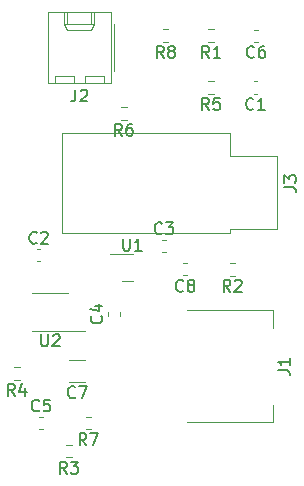
<source format=gbr>
%TF.GenerationSoftware,KiCad,Pcbnew,6.0.11-2627ca5db0~126~ubuntu20.04.1*%
%TF.CreationDate,2023-04-04T23:53:03+02:00*%
%TF.ProjectId,PCB chowndolo,50434220-6368-46f7-976e-646f6c6f2e6b,rev?*%
%TF.SameCoordinates,Original*%
%TF.FileFunction,Legend,Top*%
%TF.FilePolarity,Positive*%
%FSLAX46Y46*%
G04 Gerber Fmt 4.6, Leading zero omitted, Abs format (unit mm)*
G04 Created by KiCad (PCBNEW 6.0.11-2627ca5db0~126~ubuntu20.04.1) date 2023-04-04 23:53:03*
%MOMM*%
%LPD*%
G01*
G04 APERTURE LIST*
%ADD10C,0.150000*%
%ADD11C,0.120000*%
G04 APERTURE END LIST*
D10*
%TO.C,C2*%
X123858333Y-84327142D02*
X123810714Y-84374761D01*
X123667857Y-84422380D01*
X123572619Y-84422380D01*
X123429761Y-84374761D01*
X123334523Y-84279523D01*
X123286904Y-84184285D01*
X123239285Y-83993809D01*
X123239285Y-83850952D01*
X123286904Y-83660476D01*
X123334523Y-83565238D01*
X123429761Y-83470000D01*
X123572619Y-83422380D01*
X123667857Y-83422380D01*
X123810714Y-83470000D01*
X123858333Y-83517619D01*
X124239285Y-83517619D02*
X124286904Y-83470000D01*
X124382142Y-83422380D01*
X124620238Y-83422380D01*
X124715476Y-83470000D01*
X124763095Y-83517619D01*
X124810714Y-83612857D01*
X124810714Y-83708095D01*
X124763095Y-83850952D01*
X124191666Y-84422380D01*
X124810714Y-84422380D01*
%TO.C,C3*%
X134458333Y-83527142D02*
X134410714Y-83574761D01*
X134267857Y-83622380D01*
X134172619Y-83622380D01*
X134029761Y-83574761D01*
X133934523Y-83479523D01*
X133886904Y-83384285D01*
X133839285Y-83193809D01*
X133839285Y-83050952D01*
X133886904Y-82860476D01*
X133934523Y-82765238D01*
X134029761Y-82670000D01*
X134172619Y-82622380D01*
X134267857Y-82622380D01*
X134410714Y-82670000D01*
X134458333Y-82717619D01*
X134791666Y-82622380D02*
X135410714Y-82622380D01*
X135077380Y-83003333D01*
X135220238Y-83003333D01*
X135315476Y-83050952D01*
X135363095Y-83098571D01*
X135410714Y-83193809D01*
X135410714Y-83431904D01*
X135363095Y-83527142D01*
X135315476Y-83574761D01*
X135220238Y-83622380D01*
X134934523Y-83622380D01*
X134839285Y-83574761D01*
X134791666Y-83527142D01*
%TO.C,R3*%
X126408333Y-103882380D02*
X126075000Y-103406190D01*
X125836904Y-103882380D02*
X125836904Y-102882380D01*
X126217857Y-102882380D01*
X126313095Y-102930000D01*
X126360714Y-102977619D01*
X126408333Y-103072857D01*
X126408333Y-103215714D01*
X126360714Y-103310952D01*
X126313095Y-103358571D01*
X126217857Y-103406190D01*
X125836904Y-103406190D01*
X126741666Y-102882380D02*
X127360714Y-102882380D01*
X127027380Y-103263333D01*
X127170238Y-103263333D01*
X127265476Y-103310952D01*
X127313095Y-103358571D01*
X127360714Y-103453809D01*
X127360714Y-103691904D01*
X127313095Y-103787142D01*
X127265476Y-103834761D01*
X127170238Y-103882380D01*
X126884523Y-103882380D01*
X126789285Y-103834761D01*
X126741666Y-103787142D01*
%TO.C,C8*%
X136258333Y-88387142D02*
X136210714Y-88434761D01*
X136067857Y-88482380D01*
X135972619Y-88482380D01*
X135829761Y-88434761D01*
X135734523Y-88339523D01*
X135686904Y-88244285D01*
X135639285Y-88053809D01*
X135639285Y-87910952D01*
X135686904Y-87720476D01*
X135734523Y-87625238D01*
X135829761Y-87530000D01*
X135972619Y-87482380D01*
X136067857Y-87482380D01*
X136210714Y-87530000D01*
X136258333Y-87577619D01*
X136829761Y-87910952D02*
X136734523Y-87863333D01*
X136686904Y-87815714D01*
X136639285Y-87720476D01*
X136639285Y-87672857D01*
X136686904Y-87577619D01*
X136734523Y-87530000D01*
X136829761Y-87482380D01*
X137020238Y-87482380D01*
X137115476Y-87530000D01*
X137163095Y-87577619D01*
X137210714Y-87672857D01*
X137210714Y-87720476D01*
X137163095Y-87815714D01*
X137115476Y-87863333D01*
X137020238Y-87910952D01*
X136829761Y-87910952D01*
X136734523Y-87958571D01*
X136686904Y-88006190D01*
X136639285Y-88101428D01*
X136639285Y-88291904D01*
X136686904Y-88387142D01*
X136734523Y-88434761D01*
X136829761Y-88482380D01*
X137020238Y-88482380D01*
X137115476Y-88434761D01*
X137163095Y-88387142D01*
X137210714Y-88291904D01*
X137210714Y-88101428D01*
X137163095Y-88006190D01*
X137115476Y-87958571D01*
X137020238Y-87910952D01*
%TO.C,J3*%
X144802380Y-79633333D02*
X145516666Y-79633333D01*
X145659523Y-79680952D01*
X145754761Y-79776190D01*
X145802380Y-79919047D01*
X145802380Y-80014285D01*
X144802380Y-79252380D02*
X144802380Y-78633333D01*
X145183333Y-78966666D01*
X145183333Y-78823809D01*
X145230952Y-78728571D01*
X145278571Y-78680952D01*
X145373809Y-78633333D01*
X145611904Y-78633333D01*
X145707142Y-78680952D01*
X145754761Y-78728571D01*
X145802380Y-78823809D01*
X145802380Y-79109523D01*
X145754761Y-79204761D01*
X145707142Y-79252380D01*
%TO.C,C5*%
X124058333Y-98527142D02*
X124010714Y-98574761D01*
X123867857Y-98622380D01*
X123772619Y-98622380D01*
X123629761Y-98574761D01*
X123534523Y-98479523D01*
X123486904Y-98384285D01*
X123439285Y-98193809D01*
X123439285Y-98050952D01*
X123486904Y-97860476D01*
X123534523Y-97765238D01*
X123629761Y-97670000D01*
X123772619Y-97622380D01*
X123867857Y-97622380D01*
X124010714Y-97670000D01*
X124058333Y-97717619D01*
X124963095Y-97622380D02*
X124486904Y-97622380D01*
X124439285Y-98098571D01*
X124486904Y-98050952D01*
X124582142Y-98003333D01*
X124820238Y-98003333D01*
X124915476Y-98050952D01*
X124963095Y-98098571D01*
X125010714Y-98193809D01*
X125010714Y-98431904D01*
X124963095Y-98527142D01*
X124915476Y-98574761D01*
X124820238Y-98622380D01*
X124582142Y-98622380D01*
X124486904Y-98574761D01*
X124439285Y-98527142D01*
%TO.C,R1*%
X138458333Y-68682380D02*
X138125000Y-68206190D01*
X137886904Y-68682380D02*
X137886904Y-67682380D01*
X138267857Y-67682380D01*
X138363095Y-67730000D01*
X138410714Y-67777619D01*
X138458333Y-67872857D01*
X138458333Y-68015714D01*
X138410714Y-68110952D01*
X138363095Y-68158571D01*
X138267857Y-68206190D01*
X137886904Y-68206190D01*
X139410714Y-68682380D02*
X138839285Y-68682380D01*
X139125000Y-68682380D02*
X139125000Y-67682380D01*
X139029761Y-67825238D01*
X138934523Y-67920476D01*
X138839285Y-67968095D01*
%TO.C,C6*%
X142258333Y-68587142D02*
X142210714Y-68634761D01*
X142067857Y-68682380D01*
X141972619Y-68682380D01*
X141829761Y-68634761D01*
X141734523Y-68539523D01*
X141686904Y-68444285D01*
X141639285Y-68253809D01*
X141639285Y-68110952D01*
X141686904Y-67920476D01*
X141734523Y-67825238D01*
X141829761Y-67730000D01*
X141972619Y-67682380D01*
X142067857Y-67682380D01*
X142210714Y-67730000D01*
X142258333Y-67777619D01*
X143115476Y-67682380D02*
X142925000Y-67682380D01*
X142829761Y-67730000D01*
X142782142Y-67777619D01*
X142686904Y-67920476D01*
X142639285Y-68110952D01*
X142639285Y-68491904D01*
X142686904Y-68587142D01*
X142734523Y-68634761D01*
X142829761Y-68682380D01*
X143020238Y-68682380D01*
X143115476Y-68634761D01*
X143163095Y-68587142D01*
X143210714Y-68491904D01*
X143210714Y-68253809D01*
X143163095Y-68158571D01*
X143115476Y-68110952D01*
X143020238Y-68063333D01*
X142829761Y-68063333D01*
X142734523Y-68110952D01*
X142686904Y-68158571D01*
X142639285Y-68253809D01*
%TO.C,R7*%
X128058333Y-101482380D02*
X127725000Y-101006190D01*
X127486904Y-101482380D02*
X127486904Y-100482380D01*
X127867857Y-100482380D01*
X127963095Y-100530000D01*
X128010714Y-100577619D01*
X128058333Y-100672857D01*
X128058333Y-100815714D01*
X128010714Y-100910952D01*
X127963095Y-100958571D01*
X127867857Y-101006190D01*
X127486904Y-101006190D01*
X128391666Y-100482380D02*
X129058333Y-100482380D01*
X128629761Y-101482380D01*
%TO.C,J1*%
X144292380Y-95133333D02*
X145006666Y-95133333D01*
X145149523Y-95180952D01*
X145244761Y-95276190D01*
X145292380Y-95419047D01*
X145292380Y-95514285D01*
X145292380Y-94133333D02*
X145292380Y-94704761D01*
X145292380Y-94419047D02*
X144292380Y-94419047D01*
X144435238Y-94514285D01*
X144530476Y-94609523D01*
X144578095Y-94704761D01*
%TO.C,R8*%
X134608333Y-68682380D02*
X134275000Y-68206190D01*
X134036904Y-68682380D02*
X134036904Y-67682380D01*
X134417857Y-67682380D01*
X134513095Y-67730000D01*
X134560714Y-67777619D01*
X134608333Y-67872857D01*
X134608333Y-68015714D01*
X134560714Y-68110952D01*
X134513095Y-68158571D01*
X134417857Y-68206190D01*
X134036904Y-68206190D01*
X135179761Y-68110952D02*
X135084523Y-68063333D01*
X135036904Y-68015714D01*
X134989285Y-67920476D01*
X134989285Y-67872857D01*
X135036904Y-67777619D01*
X135084523Y-67730000D01*
X135179761Y-67682380D01*
X135370238Y-67682380D01*
X135465476Y-67730000D01*
X135513095Y-67777619D01*
X135560714Y-67872857D01*
X135560714Y-67920476D01*
X135513095Y-68015714D01*
X135465476Y-68063333D01*
X135370238Y-68110952D01*
X135179761Y-68110952D01*
X135084523Y-68158571D01*
X135036904Y-68206190D01*
X134989285Y-68301428D01*
X134989285Y-68491904D01*
X135036904Y-68587142D01*
X135084523Y-68634761D01*
X135179761Y-68682380D01*
X135370238Y-68682380D01*
X135465476Y-68634761D01*
X135513095Y-68587142D01*
X135560714Y-68491904D01*
X135560714Y-68301428D01*
X135513095Y-68206190D01*
X135465476Y-68158571D01*
X135370238Y-68110952D01*
%TO.C,U1*%
X131168095Y-84002380D02*
X131168095Y-84811904D01*
X131215714Y-84907142D01*
X131263333Y-84954761D01*
X131358571Y-85002380D01*
X131549047Y-85002380D01*
X131644285Y-84954761D01*
X131691904Y-84907142D01*
X131739523Y-84811904D01*
X131739523Y-84002380D01*
X132739523Y-85002380D02*
X132168095Y-85002380D01*
X132453809Y-85002380D02*
X132453809Y-84002380D01*
X132358571Y-84145238D01*
X132263333Y-84240476D01*
X132168095Y-84288095D01*
%TO.C,U2*%
X124238095Y-92102380D02*
X124238095Y-92911904D01*
X124285714Y-93007142D01*
X124333333Y-93054761D01*
X124428571Y-93102380D01*
X124619047Y-93102380D01*
X124714285Y-93054761D01*
X124761904Y-93007142D01*
X124809523Y-92911904D01*
X124809523Y-92102380D01*
X125238095Y-92197619D02*
X125285714Y-92150000D01*
X125380952Y-92102380D01*
X125619047Y-92102380D01*
X125714285Y-92150000D01*
X125761904Y-92197619D01*
X125809523Y-92292857D01*
X125809523Y-92388095D01*
X125761904Y-92530952D01*
X125190476Y-93102380D01*
X125809523Y-93102380D01*
%TO.C,C1*%
X142208333Y-72987142D02*
X142160714Y-73034761D01*
X142017857Y-73082380D01*
X141922619Y-73082380D01*
X141779761Y-73034761D01*
X141684523Y-72939523D01*
X141636904Y-72844285D01*
X141589285Y-72653809D01*
X141589285Y-72510952D01*
X141636904Y-72320476D01*
X141684523Y-72225238D01*
X141779761Y-72130000D01*
X141922619Y-72082380D01*
X142017857Y-72082380D01*
X142160714Y-72130000D01*
X142208333Y-72177619D01*
X143160714Y-73082380D02*
X142589285Y-73082380D01*
X142875000Y-73082380D02*
X142875000Y-72082380D01*
X142779761Y-72225238D01*
X142684523Y-72320476D01*
X142589285Y-72368095D01*
%TO.C,R6*%
X131058333Y-75282380D02*
X130725000Y-74806190D01*
X130486904Y-75282380D02*
X130486904Y-74282380D01*
X130867857Y-74282380D01*
X130963095Y-74330000D01*
X131010714Y-74377619D01*
X131058333Y-74472857D01*
X131058333Y-74615714D01*
X131010714Y-74710952D01*
X130963095Y-74758571D01*
X130867857Y-74806190D01*
X130486904Y-74806190D01*
X131915476Y-74282380D02*
X131725000Y-74282380D01*
X131629761Y-74330000D01*
X131582142Y-74377619D01*
X131486904Y-74520476D01*
X131439285Y-74710952D01*
X131439285Y-75091904D01*
X131486904Y-75187142D01*
X131534523Y-75234761D01*
X131629761Y-75282380D01*
X131820238Y-75282380D01*
X131915476Y-75234761D01*
X131963095Y-75187142D01*
X132010714Y-75091904D01*
X132010714Y-74853809D01*
X131963095Y-74758571D01*
X131915476Y-74710952D01*
X131820238Y-74663333D01*
X131629761Y-74663333D01*
X131534523Y-74710952D01*
X131486904Y-74758571D01*
X131439285Y-74853809D01*
%TO.C,R5*%
X138433333Y-73082380D02*
X138100000Y-72606190D01*
X137861904Y-73082380D02*
X137861904Y-72082380D01*
X138242857Y-72082380D01*
X138338095Y-72130000D01*
X138385714Y-72177619D01*
X138433333Y-72272857D01*
X138433333Y-72415714D01*
X138385714Y-72510952D01*
X138338095Y-72558571D01*
X138242857Y-72606190D01*
X137861904Y-72606190D01*
X139338095Y-72082380D02*
X138861904Y-72082380D01*
X138814285Y-72558571D01*
X138861904Y-72510952D01*
X138957142Y-72463333D01*
X139195238Y-72463333D01*
X139290476Y-72510952D01*
X139338095Y-72558571D01*
X139385714Y-72653809D01*
X139385714Y-72891904D01*
X139338095Y-72987142D01*
X139290476Y-73034761D01*
X139195238Y-73082380D01*
X138957142Y-73082380D01*
X138861904Y-73034761D01*
X138814285Y-72987142D01*
%TO.C,J2*%
X127136666Y-71372380D02*
X127136666Y-72086666D01*
X127089047Y-72229523D01*
X126993809Y-72324761D01*
X126850952Y-72372380D01*
X126755714Y-72372380D01*
X127565238Y-71467619D02*
X127612857Y-71420000D01*
X127708095Y-71372380D01*
X127946190Y-71372380D01*
X128041428Y-71420000D01*
X128089047Y-71467619D01*
X128136666Y-71562857D01*
X128136666Y-71658095D01*
X128089047Y-71800952D01*
X127517619Y-72372380D01*
X128136666Y-72372380D01*
%TO.C,R4*%
X122008333Y-97282380D02*
X121675000Y-96806190D01*
X121436904Y-97282380D02*
X121436904Y-96282380D01*
X121817857Y-96282380D01*
X121913095Y-96330000D01*
X121960714Y-96377619D01*
X122008333Y-96472857D01*
X122008333Y-96615714D01*
X121960714Y-96710952D01*
X121913095Y-96758571D01*
X121817857Y-96806190D01*
X121436904Y-96806190D01*
X122865476Y-96615714D02*
X122865476Y-97282380D01*
X122627380Y-96234761D02*
X122389285Y-96949047D01*
X123008333Y-96949047D01*
%TO.C,C7*%
X127108333Y-97407142D02*
X127060714Y-97454761D01*
X126917857Y-97502380D01*
X126822619Y-97502380D01*
X126679761Y-97454761D01*
X126584523Y-97359523D01*
X126536904Y-97264285D01*
X126489285Y-97073809D01*
X126489285Y-96930952D01*
X126536904Y-96740476D01*
X126584523Y-96645238D01*
X126679761Y-96550000D01*
X126822619Y-96502380D01*
X126917857Y-96502380D01*
X127060714Y-96550000D01*
X127108333Y-96597619D01*
X127441666Y-96502380D02*
X128108333Y-96502380D01*
X127679761Y-97502380D01*
%TO.C,C4*%
X129327142Y-90541666D02*
X129374761Y-90589285D01*
X129422380Y-90732142D01*
X129422380Y-90827380D01*
X129374761Y-90970238D01*
X129279523Y-91065476D01*
X129184285Y-91113095D01*
X128993809Y-91160714D01*
X128850952Y-91160714D01*
X128660476Y-91113095D01*
X128565238Y-91065476D01*
X128470000Y-90970238D01*
X128422380Y-90827380D01*
X128422380Y-90732142D01*
X128470000Y-90589285D01*
X128517619Y-90541666D01*
X128755714Y-89684523D02*
X129422380Y-89684523D01*
X128374761Y-89922619D02*
X129089047Y-90160714D01*
X129089047Y-89541666D01*
%TO.C,R2*%
X140258333Y-88482380D02*
X139925000Y-88006190D01*
X139686904Y-88482380D02*
X139686904Y-87482380D01*
X140067857Y-87482380D01*
X140163095Y-87530000D01*
X140210714Y-87577619D01*
X140258333Y-87672857D01*
X140258333Y-87815714D01*
X140210714Y-87910952D01*
X140163095Y-87958571D01*
X140067857Y-88006190D01*
X139686904Y-88006190D01*
X140639285Y-87577619D02*
X140686904Y-87530000D01*
X140782142Y-87482380D01*
X141020238Y-87482380D01*
X141115476Y-87530000D01*
X141163095Y-87577619D01*
X141210714Y-87672857D01*
X141210714Y-87768095D01*
X141163095Y-87910952D01*
X140591666Y-88482380D01*
X141210714Y-88482380D01*
D11*
%TO.C,C2*%
X123884420Y-85910000D02*
X124165580Y-85910000D01*
X123884420Y-84890000D02*
X124165580Y-84890000D01*
%TO.C,C3*%
X134484420Y-85110000D02*
X134765580Y-85110000D01*
X134484420Y-84090000D02*
X134765580Y-84090000D01*
%TO.C,R3*%
X126812258Y-101477500D02*
X126337742Y-101477500D01*
X126812258Y-102522500D02*
X126337742Y-102522500D01*
%TO.C,C8*%
X136565580Y-87110000D02*
X136284420Y-87110000D01*
X136565580Y-86090000D02*
X136284420Y-86090000D01*
%TO.C,J3*%
X140220000Y-75080000D02*
X140220000Y-76980000D01*
X125980000Y-83520000D02*
X125980000Y-75080000D01*
X140220000Y-76980000D02*
X144220000Y-76980000D01*
X144220000Y-76980000D02*
X144220000Y-83220000D01*
X144220000Y-83220000D02*
X140220000Y-83220000D01*
X140220000Y-83220000D02*
X140220000Y-83520000D01*
X125980000Y-75080000D02*
X140220000Y-75080000D01*
X140220000Y-83520000D02*
X125980000Y-83520000D01*
%TO.C,C5*%
X124084420Y-99090000D02*
X124365580Y-99090000D01*
X124084420Y-100110000D02*
X124365580Y-100110000D01*
%TO.C,R1*%
X138862258Y-67322500D02*
X138387742Y-67322500D01*
X138862258Y-66277500D02*
X138387742Y-66277500D01*
%TO.C,C6*%
X142565580Y-66290000D02*
X142284420Y-66290000D01*
X142565580Y-67310000D02*
X142284420Y-67310000D01*
%TO.C,R7*%
X128462258Y-100122500D02*
X127987742Y-100122500D01*
X128462258Y-99077500D02*
X127987742Y-99077500D01*
%TO.C,J1*%
X143850000Y-99550000D02*
X136590000Y-99550000D01*
X143850000Y-90050000D02*
X143850000Y-91550000D01*
X143850000Y-98050000D02*
X143850000Y-99550000D01*
X143850000Y-90050000D02*
X136590000Y-90050000D01*
%TO.C,R8*%
X135012258Y-66277500D02*
X134537742Y-66277500D01*
X135012258Y-67322500D02*
X134537742Y-67322500D01*
%TO.C,U1*%
X130050000Y-85330000D02*
X132050000Y-85330000D01*
X132050000Y-87570000D02*
X131050000Y-87570000D01*
%TO.C,U2*%
X125000000Y-88590000D02*
X126500000Y-88590000D01*
X125000000Y-91810000D02*
X123500000Y-91810000D01*
X125000000Y-88590000D02*
X123500000Y-88590000D01*
X125000000Y-91810000D02*
X127925000Y-91810000D01*
%TO.C,C1*%
X142515580Y-70690000D02*
X142234420Y-70690000D01*
X142515580Y-71710000D02*
X142234420Y-71710000D01*
%TO.C,R6*%
X131462258Y-73922500D02*
X130987742Y-73922500D01*
X131462258Y-72877500D02*
X130987742Y-72877500D01*
%TO.C,R5*%
X138837258Y-71722500D02*
X138362742Y-71722500D01*
X138837258Y-70677500D02*
X138362742Y-70677500D01*
%TO.C,J2*%
X126200000Y-65810000D02*
X126200000Y-64810000D01*
X129540000Y-70830000D02*
X129540000Y-70230000D01*
X130120000Y-64810000D02*
X124820000Y-64810000D01*
X129540000Y-70230000D02*
X127940000Y-70230000D01*
X128740000Y-65810000D02*
X128490000Y-66340000D01*
X125400000Y-70230000D02*
X125400000Y-70830000D01*
X124820000Y-64810000D02*
X124820000Y-70830000D01*
X130410000Y-69800000D02*
X130410000Y-65800000D01*
X126450000Y-64810000D02*
X126450000Y-65810000D01*
X127000000Y-70830000D02*
X127000000Y-70230000D01*
X128490000Y-64810000D02*
X128490000Y-65810000D01*
X128740000Y-65810000D02*
X126200000Y-65810000D01*
X124820000Y-70830000D02*
X130120000Y-70830000D01*
X127940000Y-70230000D02*
X127940000Y-70830000D01*
X126450000Y-66340000D02*
X126200000Y-65810000D01*
X130120000Y-70830000D02*
X130120000Y-64810000D01*
X128740000Y-64810000D02*
X128740000Y-65810000D01*
X127000000Y-70230000D02*
X125400000Y-70230000D01*
X128490000Y-66340000D02*
X126450000Y-66340000D01*
%TO.C,R4*%
X122412258Y-94877500D02*
X121937742Y-94877500D01*
X122412258Y-95922500D02*
X121937742Y-95922500D01*
%TO.C,C7*%
X127986252Y-96110000D02*
X126563748Y-96110000D01*
X127986252Y-94290000D02*
X126563748Y-94290000D01*
%TO.C,C4*%
X129890000Y-90515580D02*
X129890000Y-90234420D01*
X130910000Y-90515580D02*
X130910000Y-90234420D01*
%TO.C,R2*%
X140662258Y-86077500D02*
X140187742Y-86077500D01*
X140662258Y-87122500D02*
X140187742Y-87122500D01*
%TD*%
M02*

</source>
